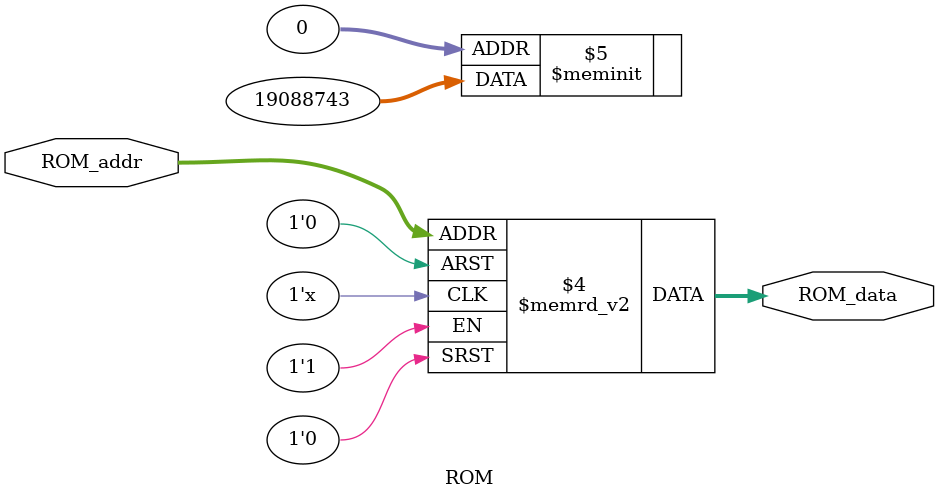
<source format=v>
`timescale 1ns / 1ps

module ROM ( ROM_addr, ROM_data);
output reg [3:0] ROM_data;
input [2:0] ROM_addr;
always @(ROM_addr) begin
	case (ROM_addr)
         3'd0: ROM_data = 4'b0111;
         3'd1: ROM_data = 4'b0110;
         3'd2: ROM_data = 4'b0101;
         3'd3: ROM_data = 4'b0100;
         3'd4: ROM_data = 4'b0011;
         3'd5: ROM_data = 4'b0010;
         3'd6: ROM_data = 4'b0001;
         3'd7: ROM_data = 4'b0000;
        endcase
	end
endmodule


</source>
